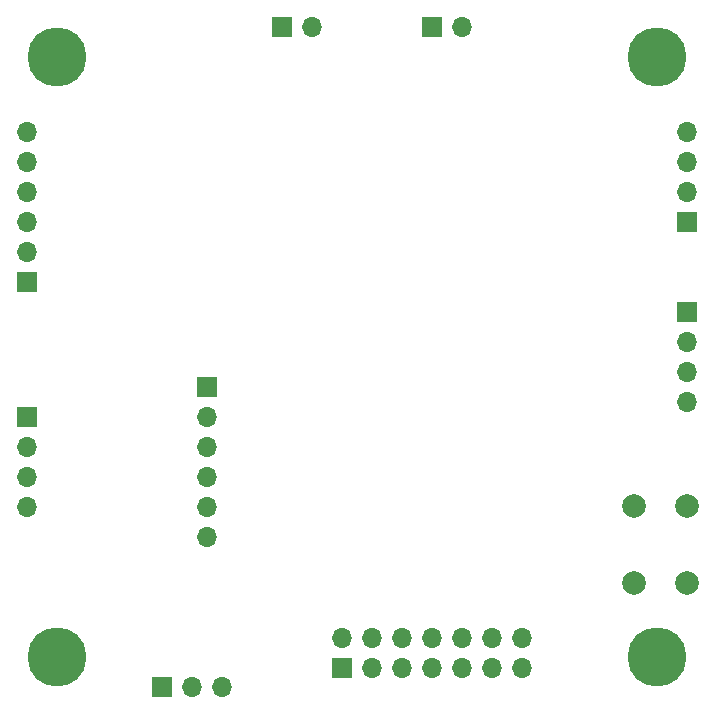
<source format=gbs>
G04 #@! TF.GenerationSoftware,KiCad,Pcbnew,(5.1.8)-1*
G04 #@! TF.CreationDate,2021-07-24T22:41:55-07:00*
G04 #@! TF.ProjectId,MSP430 Breakout,4d535034-3330-4204-9272-65616b6f7574,rev?*
G04 #@! TF.SameCoordinates,Original*
G04 #@! TF.FileFunction,Soldermask,Bot*
G04 #@! TF.FilePolarity,Negative*
%FSLAX46Y46*%
G04 Gerber Fmt 4.6, Leading zero omitted, Abs format (unit mm)*
G04 Created by KiCad (PCBNEW (5.1.8)-1) date 2021-07-24 22:41:55*
%MOMM*%
%LPD*%
G01*
G04 APERTURE LIST*
%ADD10O,1.700000X1.700000*%
%ADD11R,1.700000X1.700000*%
%ADD12C,2.000000*%
%ADD13C,0.800000*%
%ADD14C,5.000000*%
G04 APERTURE END LIST*
D10*
X122047000Y-68326000D03*
X122047000Y-70866000D03*
X122047000Y-73406000D03*
X122047000Y-75946000D03*
X122047000Y-78486000D03*
D11*
X122047000Y-81026000D03*
X137287000Y-89916000D03*
D10*
X137287000Y-92456000D03*
X137287000Y-94996000D03*
X137287000Y-97536000D03*
X137287000Y-100076000D03*
X137287000Y-102616000D03*
D11*
X122047000Y-92456000D03*
D10*
X122047000Y-94996000D03*
X122047000Y-97536000D03*
X122047000Y-100076000D03*
D11*
X133477000Y-115316000D03*
D10*
X136017000Y-115316000D03*
X138557000Y-115316000D03*
D11*
X148717000Y-113728500D03*
D10*
X148717000Y-111188500D03*
X151257000Y-113728500D03*
X151257000Y-111188500D03*
X153797000Y-113728500D03*
X153797000Y-111188500D03*
X156337000Y-113728500D03*
X156337000Y-111188500D03*
X158877000Y-113728500D03*
X158877000Y-111188500D03*
X161417000Y-113728500D03*
X161417000Y-111188500D03*
X163957000Y-113728500D03*
X163957000Y-111188500D03*
D11*
X143637000Y-59436000D03*
D10*
X146177000Y-59436000D03*
D12*
X177918500Y-106489500D03*
X173418500Y-106489500D03*
X177918500Y-99989500D03*
X173418500Y-99989500D03*
D11*
X156337000Y-59436000D03*
D10*
X158877000Y-59436000D03*
D13*
X125912825Y-60650175D03*
X124587000Y-60101000D03*
X123261175Y-60650175D03*
X122712000Y-61976000D03*
X123261175Y-63301825D03*
X124587000Y-63851000D03*
X125912825Y-63301825D03*
X126462000Y-61976000D03*
D14*
X124587000Y-61976000D03*
X124587000Y-112776000D03*
D13*
X126462000Y-112776000D03*
X125912825Y-114101825D03*
X124587000Y-114651000D03*
X123261175Y-114101825D03*
X122712000Y-112776000D03*
X123261175Y-111450175D03*
X124587000Y-110901000D03*
X125912825Y-111450175D03*
X176712825Y-60650175D03*
X175387000Y-60101000D03*
X174061175Y-60650175D03*
X173512000Y-61976000D03*
X174061175Y-63301825D03*
X175387000Y-63851000D03*
X176712825Y-63301825D03*
X177262000Y-61976000D03*
D14*
X175387000Y-61976000D03*
X175387000Y-112776000D03*
D13*
X177262000Y-112776000D03*
X176712825Y-114101825D03*
X175387000Y-114651000D03*
X174061175Y-114101825D03*
X173512000Y-112776000D03*
X174061175Y-111450175D03*
X175387000Y-110901000D03*
X176712825Y-111450175D03*
D10*
X177927000Y-68326000D03*
X177927000Y-70866000D03*
X177927000Y-73406000D03*
D11*
X177927000Y-75946000D03*
X177927000Y-83566000D03*
D10*
X177927000Y-86106000D03*
X177927000Y-88646000D03*
X177927000Y-91186000D03*
M02*

</source>
